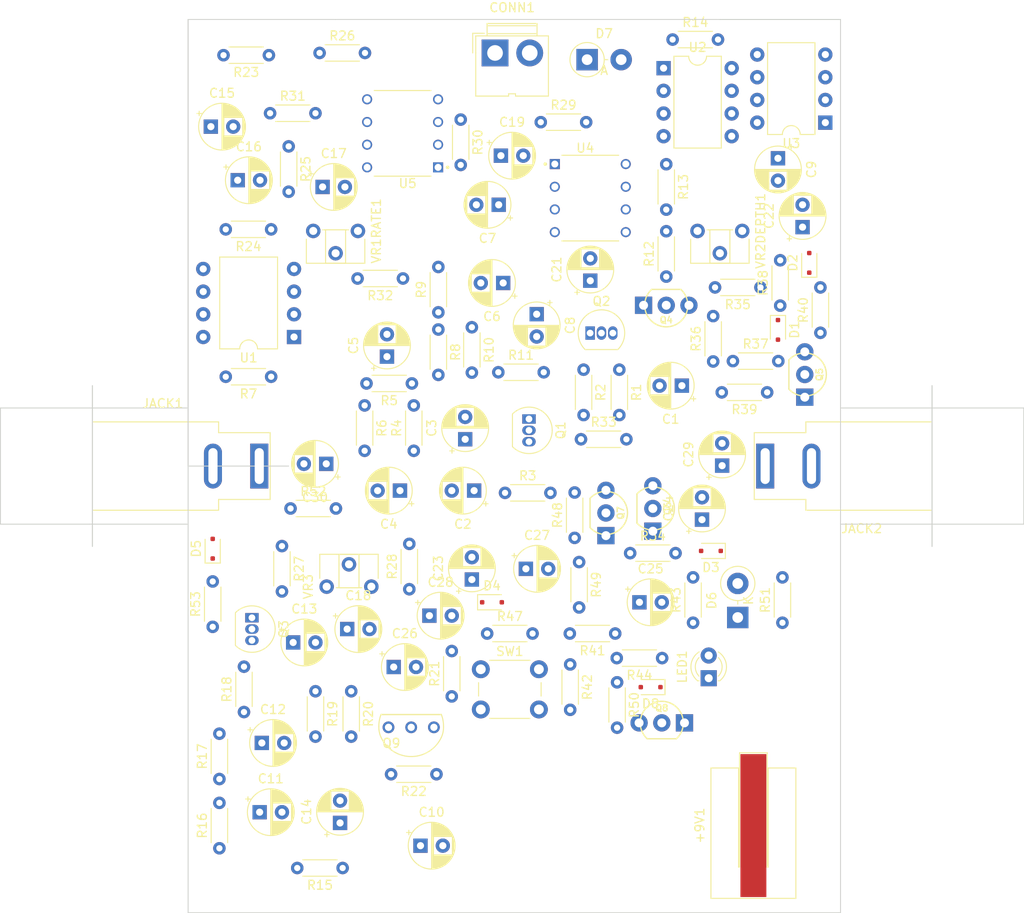
<source format=kicad_pcb>
(kicad_pcb (version 20221018) (generator pcbnew)
  (layers (0 "F.Cu" signal) (31 "B.Cu" signal) (34 "B.Paste" user) (35 "F.Paste" user) (36 "B.SilkS" user "B.Silkscreen") (37 "F.SilkS" user "F.Silkscreen") (38 "B.Mask" user) (39 "F.Mask" user) (44 "Edge.Cuts" user))
  (net 0 "")
  (net 1 "+9V")
  (net 2 "Net-(+9V1--)")
  (net 3 "Net-(C1-Pad2)")
  (net 4 "Net-(Q1-E)")
  (net 5 "Net-(C2-Pad2)")
  (net 6 "Net-(C3-Pad2)")
  (net 7 "Net-(C4-Pad1)")
  (net 8 "Net-(C4-Pad2)")
  (net 9 "Net-(C5-Pad2)")
  (net 10 "GND")
  (net 11 "Net-(C6-Pad2)")
  (net 12 "Net-(Q2-E)")
  (net 13 "Net-(C7-Pad2)")
  (net 14 "Net-(Q2-B)")
  (net 15 "Net-(U2-VGG)")
  (net 16 "Net-(C10-Pad1)")
  (net 17 "Net-(U2-OUT1)")
  (net 18 "Net-(C11-Pad1)")
  (net 19 "Net-(C12-Pad1)")
  (net 20 "Net-(Q3-E)")
  (net 21 "Net-(Q3-B)")
  (net 22 "Net-(C14-Pad2)")
  (net 23 "Net-(C15-Pad1)")
  (net 24 "Net-(C15-Pad2)")
  (net 25 "Net-(C16-Pad2)")
  (net 26 "Net-(C17-Pad1)")
  (net 27 "Net-(C17-Pad2)")
  (net 28 "+4V")
  (net 29 "Net-(U4-1IN-)")
  (net 30 "Net-(U4-1OUT)")
  (net 31 "Net-(C21-Pad1)")
  (net 32 "Net-(D1-K)")
  (net 33 "Net-(U3-OX3)")
  (net 34 "Net-(C23-Pad1)")
  (net 35 "Net-(C24-Pad1)")
  (net 36 "Net-(C24-Pad2)")
  (net 37 "Net-(C25-Pad1)")
  (net 38 "Net-(C25-Pad2)")
  (net 39 "Net-(D4-K)")
  (net 40 "+9VA")
  (net 41 "Net-(CONN1-Pad1)")
  (net 42 "Net-(D1-A)")
  (net 43 "Net-(D2-K)")
  (net 44 "Net-(D3-A)")
  (net 45 "Net-(D4-A)")
  (net 46 "Net-(D5-K)")
  (net 47 "Net-(D6-A)")
  (net 48 "Net-(D8-K)")
  (net 49 "Net-(D8-A)")
  (net 50 "Net-(LED1-K)")
  (net 51 "Net-(LED1-A)")
  (net 52 "Net-(Q1-B)")
  (net 53 "Net-(Q4-Pad3)")
  (net 54 "Net-(Q5-Pad1)")
  (net 55 "Net-(Q9-Pad1)")
  (net 56 "Net-(R7-Pad1)")
  (net 57 "Net-(U2-IN)")
  (net 58 "Net-(R27-Pad2)")
  (net 59 "Net-(R28-Pad1)")
  (net 60 "Net-(U5-1IN+)")
  (net 61 "Net-(U5-1OUT)")
  (net 62 "Net-(R31-Pad1)")
  (net 63 "Net-(R32-Pad2)")
  (net 64 "Net-(R35-Pad2)")
  (net 65 "Net-(R42-Pad2)")
  (net 66 "Net-(U2-CP1)")
  (net 67 "Net-(U2-CP2)")
  (footprint "Resistor_THT:R_Axial_DIN0204_L3.6mm_D1.6mm_P5.08mm_Horizontal" (layer "F.Cu") (at 108.5 68.21 -90)
    (fp_text reference "R6" (at 2.54 -1.92 90) (layer "F.SilkS"))
    (fp_text value "47k")
    (pad "1" thru_hole circle (at 0 0 270) (size 1.4 1.4) (drill 0.7) (layers "*.Cu" "*.Mask") (net 7 "Net-(C4-Pad1)"))
    (pad "2" thru_hole oval (at 5.08 0 270) (size 1.4 1.4) (drill 0.7) (layers "*.Cu" "*.Mask") (net 8 "Net-(C4-Pad2)"))
  )
  (footprint "Resistor_THT:R_Axial_DIN0204_L3.6mm_D1.6mm_P5.08mm_Horizontal" (layer "F.Cu") (at 132.5 85.75 -90)
    (fp_text reference "R49" (at 2.54 -1.92 90) (layer "F.SilkS"))
    (fp_text value "1M")
    (pad "1" thru_hole circle (at 0 0 270) (size 1.4 1.4) (drill 0.7) (layers "*.Cu" "*.Mask") (net 37 "Net-(C25-Pad1)"))
    (pad "2" thru_hole oval (at 5.08 0 270) (size 1.4 1.4) (drill 0.7) (layers "*.Cu" "*.Mask") (net 39 "Net-(D4-K)"))
  )
  (footprint "Capacitor_THT:CP_Radial_D5.0mm_P2.50mm" (layer "F.Cu") (at 133.75 54.25 90)
    (fp_text reference "C21" (at 1.25 -3.75 90) (layer "F.SilkS"))
    (fp_text value "0.01 uF")
    (pad "1" thru_hole rect (at 0 0 90) (size 1.6 1.6) (drill 0.8) (layers "*.Cu" "*.Mask") (net 31 "Net-(C21-Pad1)"))
    (pad "2" thru_hole circle (at 2.5 0 90) (size 1.6 1.6) (drill 0.8) (layers "*.Cu" "*.Mask") (net 10 "GND"))
  )
  (footprint "Resistor_THT:R_Axial_DIN0204_L3.6mm_D1.6mm_P5.08mm_Horizontal" (layer "F.Cu") (at 97.92 35.5)
    (fp_text reference "R31" (at 2.54 -1.92) (layer "F.SilkS"))
    (fp_text value "10K")
    (pad "1" thru_hole circle (at 0 0) (size 1.4 1.4) (drill 0.7) (layers "*.Cu" "*.Mask") (net 62 "Net-(R31-Pad1)"))
    (pad "2" thru_hole oval (at 5.08 0) (size 1.4 1.4) (drill 0.7) (layers "*.Cu" "*.Mask") (net 28 "+4V"))
  )
  (footprint "Resistor_THT:R_Axial_DIN0204_L3.6mm_D1.6mm_P5.08mm_Horizontal" (layer "F.Cu") (at 114 73.29 90)
    (fp_text reference "R4" (at 2.54 -1.92 90) (layer "F.SilkS"))
    (fp_text value "47k")
    (pad "1" thru_hole circle (at 0 0 90) (size 1.4 1.4) (drill 0.7) (layers "*.Cu" "*.Mask") (net 5 "Net-(C2-Pad2)"))
    (pad "2" thru_hole oval (at 5.08 0 90) (size 1.4 1.4) (drill 0.7) (layers "*.Cu" "*.Mask") (net 7 "Net-(C4-Pad1)"))
  )
  (footprint "Diode_SMD:D_SOD-323F" (layer "F.Cu") (at 91.5 84.25 90)
    (fp_text reference "D5" (at 0 -1.85 90) (layer "F.SilkS"))
    (fp_text value "1S1588")
    (pad "1" smd roundrect (at -1.1 0 90) (size 0.5 0.5) (layers "F.Cu" "F.Paste" "F.Mask") (net 46 "Net-(D5-K)"))
    (pad "2" smd roundrect (at 1.1 0 90) (size 0.5 0.5) (layers "F.Cu" "F.Paste" "F.Mask") (net 2 "Net-(+9V1--)"))
  )
  (footprint "Capacitor_THT:CP_Radial_D5.0mm_P2.50mm" (layer "F.Cu") (at 120.5 87.705112 90)
    (fp_text reference "C23" (at 1.25 -3.75 90) (layer "F.SilkS"))
    (fp_text value "0.01uF")
    (pad "1" thru_hole rect (at 0 0 90) (size 1.6 1.6) (drill 0.8) (layers "*.Cu" "*.Mask") (net 34 "Net-(C23-Pad1)"))
    (pad "2" thru_hole circle (at 2.5 0 90) (size 1.6 1.6) (drill 0.8) (layers "*.Cu" "*.Mask") (net 10 "GND"))
  )
  (footprint "Resistor_THT:R_Axial_DIN0204_L3.6mm_D1.6mm_P5.08mm_Horizontal" (layer "F.Cu") (at 116.75 59.71 -90)
    (fp_text reference "R8" (at 2.54 -1.92 90) (layer "F.SilkS"))
    (fp_text value "100K")
    (pad "1" thru_hole circle (at 0 0 270) (size 1.4 1.4) (drill 0.7) (layers "*.Cu" "*.Mask") (net 9 "Net-(C5-Pad2)"))
    (pad "2" thru_hole oval (at 5.08 0 270) (size 1.4 1.4) (drill 0.7) (layers "*.Cu" "*.Mask") (net 28 "+4V"))
  )
  (footprint "Capacitor_THT:CP_Radial_D5.0mm_P2.50mm" (layer "F.Cu") (at 104.205112 74.75 180)
    (fp_text reference "C30" (at 1.25 -3.75) (layer "F.SilkS"))
    (fp_text value "220uF/10V")
    (pad "1" thru_hole rect (at 0 0 180) (size 1.6 1.6) (drill 0.8) (layers "*.Cu" "*.Mask") (net 40 "+9VA"))
    (pad "2" thru_hole circle (at 2.5 0 180) (size 1.6 1.6) (drill 0.8) (layers "*.Cu" "*.Mask") (net 10 "GND"))
  )
  (footprint "Capacitor_THT:CP_Radial_D5.0mm_P2.50mm" (layer "F.Cu") (at 112.455112 77.75 180)
    (fp_text reference "C4" (at 1.25 -3.75) (layer "F.SilkS"))
    (fp_text value "100 pF")
    (pad "1" thru_hole rect (at 0 0 180) (size 1.6 1.6) (drill 0.8) (layers "*.Cu" "*.Mask") (net 7 "Net-(C4-Pad1)"))
    (pad "2" thru_hole circle (at 2.5 0 180) (size 1.6 1.6) (drill 0.8) (layers "*.Cu" "*.Mask") (net 8 "Net-(C4-Pad2)"))
  )
  (footprint "Resistor_THT:R_Axial_DIN0204_L3.6mm_D1.6mm_P5.08mm_Horizontal" (layer "F.Cu") (at 118.25 100.79 90)
    (fp_text reference "R21" (at 2.54 -1.92 90) (layer "F.SilkS"))
    (fp_text value "47K")
    (pad "1" thru_hole circle (at 0 0 90) (size 1.4 1.4) (drill 0.7) (layers "*.Cu" "*.Mask") (net 23 "Net-(C15-Pad1)"))
    (pad "2" thru_hole oval (at 5.08 0 90) (size 1.4 1.4) (drill 0.7) (layers "*.Cu" "*.Mask") (net 8 "Net-(C4-Pad2)"))
  )
  (footprint "Resistor_THT:R_Axial_DIN0204_L3.6mm_D1.6mm_P5.08mm_Horizontal" (layer "F.Cu") (at 141.79 96.5 180)
    (fp_text reference "R44" (at 2.54 -1.92) (layer "F.SilkS"))
    (fp_text value "56K")
    (pad "1" thru_hole circle (at 0 0 180) (size 1.4 1.4) (drill 0.7) (layers "*.Cu" "*.Mask") (net 1 "+9V"))
    (pad "2" thru_hole oval (at 5.08 0 180) (size 1.4 1.4) (drill 0.7) (layers "*.Cu" "*.Mask") (net 37 "Net-(C25-Pad1)"))
  )
  (footprint "Capacitor_THT:CP_Radial_D5.0mm_P2.50mm" (layer "F.Cu") (at 157.5 48.25 90)
    (fp_text reference "C22" (at 1.25 -3.75 90) (layer "F.SilkS"))
    (fp_text value "47 pF")
    (pad "1" thru_hole rect (at 0 0 90) (size 1.6 1.6) (drill 0.8) (layers "*.Cu" "*.Mask") (net 32 "Net-(D1-K)"))
    (pad "2" thru_hole circle (at 2.5 0 90) (size 1.6 1.6) (drill 0.8) (layers "*.Cu" "*.Mask") (net 33 "Net-(U3-OX3)"))
  )
  (footprint "Capacitor_THT:CP_Radial_D5.0mm_P2.50mm" (layer "F.Cu") (at 111 62.75 90)
    (fp_text reference "C5" (at 1.25 -3.75 90) (layer "F.SilkS"))
    (fp_text value "0.033 uF")
    (pad "1" thru_hole rect (at 0 0 90) (size 1.6 1.6) (drill 0.8) (layers "*.Cu" "*.Mask") (net 8 "Net-(C4-Pad2)"))
    (pad "2" thru_hole circle (at 2.5 0 90) (size 1.6 1.6) (drill 0.8) (layers "*.Cu" "*.Mask") (net 9 "Net-(C5-Pad2)"))
  )
  (footprint "Capacitor_THT:CP_Radial_D5.0mm_P2.50mm" (layer "F.Cu") (at 123.75 40.25)
    (fp_text reference "C19" (at 1.25 -3.75) (layer "F.SilkS"))
    (fp_text value "0.1uF")
    (pad "1" thru_hole rect (at 0 0) (size 1.6 1.6) (drill 0.8) (layers "*.Cu" "*.Mask") (net 29 "Net-(U4-1IN-)"))
    (pad "2" thru_hole circle (at 2.5 0) (size 1.6 1.6) (drill 0.8) (layers "*.Cu" "*.Mask") (net 30 "Net-(U4-1OUT)"))
  )
  (footprint "Resistor_THT:R_Axial_DIN0204_L3.6mm_D1.6mm_P5.08mm_Horizontal" (layer "F.Cu") (at 142.25 53.79 90)
    (fp_text reference "R12" (at 2.54 -1.92 90) (layer "F.SilkS"))
    (fp_text value "10K")
    (pad "1" thru_hole circle (at 0 0 90) (size 1.4 1.4) (drill 0.7) (layers "*.Cu" "*.Mask") (net 10 "GND"))
    (pad "2" thru_hole oval (at 5.08 0 90) (size 1.4 1.4) (drill 0.7) (layers "*.Cu" "*.Mask") (net 12 "Net-(Q2-E)"))
  )
  (footprint "Resistor_THT:R_Axial_DIN0204_L3.6mm_D1.6mm_P5.08mm_Horizontal" (layer "F.Cu") (at 142.96 27.25)
    (fp_text reference "R14" (at 2.54 -1.92) (layer "F.SilkS"))
    (fp_text value "56K")
    (pad "1" thru_hole circle (at 0 0) (size 1.4 1.4) (drill 0.7) (layers "*.Cu" "*.Mask") (net 1 "+9V"))
    (pad "2" thru_hole oval (at 5.08 0) (size 1.4 1.4) (drill 0.7) (layers "*.Cu" "*.Mask") (net 17 "Net-(U2-OUT1)"))
  )
  (footprint "Diode_SMD:D_SOD-323F" (layer "F.Cu") (at 147.25 84.5 180)
    (fp_text reference "D3" (at 0 -1.85) (layer "F.SilkS"))
    (fp_text value "1S1588")
    (pad "1" smd roundrect (at -1.1 0 180) (size 0.5 0.5) (layers "F.Cu" "F.Paste" "F.Mask") (net 10 "GND"))
    (pad "2" smd roundrect (at 1.1 0 180) (size 0.5 0.5) (layers "F.Cu" "F.Paste" "F.Mask") (net 44 "Net-(D3-A)"))
  )
  (footprint "Potentiometer_THT:Potentiometer_ACP_CA6-H2,5_Horizontal" (layer "F.Cu") (at 150.75 48.675 -90)
    (fp_text reference "VR2DEPTH1" (at 0 -2.06 90) (layer "F.SilkS"))
    (fp_text value "100K")
    (pad "1" thru_hole circle (at 0 0 270) (size 1.62 1.62) (drill 0.9) (layers "*.Cu" "*.Mask") (net 30 "Net-(U4-1OUT)"))
    (pad "2" thru_hole circle (at 2.5 2.5 270) (size 1.62 1.62) (drill 0.9) (layers "*.Cu" "*.Mask") (net 64 "Net-(R35-Pad2)"))
    (pad "3" thru_hole circle (at 0 5 270) (size 1.62 1.62) (drill 0.9) (layers "*.Cu" "*.Mask") (net 28 "+4V"))
  )
  (footprint "Resistor_THT:R_Axial_DIN0204_L3.6mm_D1.6mm_P5.08mm_Horizontal" (layer "F.Cu") (at 120.5 59.46 -90)
    (fp_text reference "R10" (at 2.54 -1.92 90) (layer "F.SilkS"))
    (fp_text value "10K")
    (pad "1" thru_hole circle (at 0 0 270) (size 1.4 1.4) (drill 0.7) (layers "*.Cu" "*.Mask") (net 11 "Net-(C6-Pad2)"))
    (pad "2" thru_hole oval (at 5.08 0 270) (size 1.4 1.4) (drill 0.7) (layers "*.Cu" "*.Mask") (net 13 "Net-(C7-Pad2)"))
  )
  (footprint "Resistor_THT:R_Axial_DIN0204_L3.6mm_D1.6mm_P5.08mm_Horizontal" (layer "F.Cu") (at 92.25 110.04 90)
    (fp_text reference "R17" (at 2.54 -1.92 90) (layer "F.SilkS"))
    (fp_text value "10K")
    (pad "1" thru_hole circle (at 0 0 90) (size 1.4 1.4) (drill 0.7) (layers "*.Cu" "*.Mask") (net 18 "Net-(C11-Pad1)"))
    (pad "2" thru_hole oval (at 5.08 0 90) (size 1.4 1.4) (drill 0.7) (layers "*.Cu" "*.Mask") (net 19 "Net-(C12-Pad1)"))
  )
  (footprint "Capacitor_THT:CP_Radial_D5.0mm_P2.50mm" (layer "F.Cu") (at 124 54.5 180)
    (fp_text reference "C6" (at 1.25 -3.75) (layer "F.SilkS"))
    (fp_text value "0.0033 uF")
    (pad "1" thru_hole rect (at 0 0 180) (size 1.6 1.6) (drill 0.8) (layers "*.Cu" "*.Mask") (net 10 "GND"))
    (pad "2" thru_hole circle (at 2.5 0 180) (size 1.6 1.6) (drill 0.8) (layers "*.Cu" "*.Mask") (net 11 "Net-(C6-Pad2)"))
  )
  (footprint "Resistor_THT:R_Axial_DIN0204_L3.6mm_D1.6mm_P5.08mm_Horizontal" (layer "F.Cu") (at 112.79 54 180)
    (fp_text reference "R32" (at 2.54 -1.92) (layer "F.SilkS"))
    (fp_text value "1MK")
    (pad "1" thru_hole circle (at 0 0 180) (size 1.4 1.4) (drill 0.7) (layers "*.Cu" "*.Mask") (net 29 "Net-(U4-1IN-)"))
    (pad "2" thru_hole oval (at 5.08 0 180) (size 1.4 1.4) (drill 0.7) (layers "*.Cu" "*.Mask") (net 63 "Net-(R32-Pad2)"))
  )
  (footprint "Resistor_THT:R_Axial_DIN0204_L3.6mm_D1.6mm_P5.08mm_Horizontal" (layer "F.Cu") (at 95 102.54 90)
    (fp_text reference "R18" (at 2.54 -1.92 90) (layer "F.SilkS"))
    (fp_text value "10K")
    (pad "1" thru_hole circle (at 0 0 90) (size 1.4 1.4) (drill 0.7) (layers "*.Cu" "*.Mask") (net 19 "Net-(C12-Pad1)"))
    (pad "2" thru_hole oval (at 5.08 0 90) (size 1.4 1.4) (drill 0.7) (layers "*.Cu" "*.Mask") (net 21 "Net-(Q3-B)"))
  )
  (footprint "Capacitor_THT:CP_Radial_D5.0mm_P2.50mm" (layer "F.Cu") (at 114.75 117.5)
    (fp_text reference "C10" (at 1.25 -3.75) (layer "F.SilkS"))
    (fp_text value "0.033uF")
    (pad "1" thru_hole rect (at 0 0) (size 1.6 1.6) (drill 0.8) (layers "*.Cu" "*.Mask") (net 16 "Net-(C10-Pad1)"))
    (pad "2" thru_hole circle (at 2.5 0) (size 1.6 1.6) (drill 0.8) (layers "*.Cu" "*.Mask") (net 17 "Net-(U2-OUT1)"))
  )
  (footprint "Resistor_THT:R_Axial_DIN0204_L3.6mm_D1.6mm_P5.08mm_Horizontal" (layer "F.Cu") (at 123.46 64.5)
    (fp_text reference "R11" (at 2.54 -1.92) (layer "F.SilkS"))
    (fp_text value "10K")
    (pad "1" thru_hole circle (at 0 0) (size 1.4 1.4) (drill 0.7) (layers "*.Cu" "*.Mask") (net 13 "Net-(C7-Pad2)"))
    (pad "2" thru_hole oval (at 5.08 0) (size 1.4 1.4) (drill 0.7) (layers "*.Cu" "*.Mask") (net 14 "Net-(Q2-B)"))
  )
  (footprint "Package_DIP:DIP-8_W10.16mm" (layer "F.Cu") (at 100.6 60.55 180)
    (fp_text reference "U1" (at 5.08 -2.33) (layer "F.SilkS"))
    (fp_text value "JRC4558D")
    (pad "1" thru_hole rect (at 0 0 180) (size 1.6 1.6) (drill 0.8) (layers "*.Cu" "*.Mask") (net 8 "Net-(C4-Pad2)"))
    (pad "2" thru_hole oval (at 0 2.54 180) (size 1.6 1.6) (drill 0.8) (layers "*.Cu" "*.Mask") (net 7 "Net-(C4-Pad1)"))
    (pad "3" thru_hole oval (at 0 5.08 180) (size 1.6 1.6) (drill 0.8) (layers "*.Cu" "*.Mask") (net 56 "Net-(R7-Pad1)"))
    (pad "4" thru_hole oval (at 0 7.62 180) (size 1.6 1.6) (drill 0.8) (layers "*.Cu" "*.Mask") (net 10 "GND"))
    (pad "5" thru_hole oval (at 10.16 7.62 180) (size 1.6 1.6) (drill 0.8) (layers "*.Cu" "*.Mask") (net 28 "+4V"))
    (pad "6" thru_hole oval (at 10.16 5.08 180) (size 1.6 1.6) (drill 0.8) (layers "*.Cu" "*.Mask") (net 23 "Net-(C15-Pad1)"))
    (pad "7" thru_hole oval (at 10.16 2.54 180) (size 1.6 1.6) (drill 0.8) (layers "*.Cu" "*.Mask") (net 25 "Net-(C16-Pad2)"))
    (pad "8" thru_hole oval (at 10.16 0 180) (size 1.6 1.6) (drill 0.8) (layers "*.Cu" "*.Mask") (net 28 "+4V"))
  )
  (footprint "Diode_SMD:D_SOD-323F" (layer "F.Cu") (at 154.75 59.75 -90)
    (fp_text reference "D1" (at 0 -1.85 90) (layer "F.SilkS"))
    (fp_text value "1S1588")
    (pad "1" smd roundrect (at -1.1 0 270) (size 0.5 0.5) (layers "F.Cu" "F.Paste" "F.Mask") (net 32 "Net-(D1-K)"))
    (pad "2" smd roundrect (at 1.1 0 270) (size 0.5 0.5) (layers "F.Cu" "F.Paste" "F.Mask") (net 42 "Net-(D1-A)"))
  )
  (footprint "Capacitor_THT:CP_Radial_D5.0mm_P2.50mm" (layer "F.Cu") (at 105.75 114.955113 90)
    (fp_text reference "C14" (at 1.25 -3.75 90) (layer "F.SilkS"))
    (fp_text value "0.033uF")
    (pad "1" thru_hole rect (at 0 0 90) (size 1.6 1.6) (drill 0.8) (layers "*.Cu" "*.Mask") (net 20 "Net-(Q3-E)"))
    (pad "2" thru_hole circle (at 2.5 0 90) (size 1.6 1.6) (drill 0.8) (layers "*.Cu" "*.Mask") (net 22 "Net-(C14-Pad2)"))
  )
  (footprint "Capacitor_THT:CP_Radial_D5.0mm_P2.50mm" (layer "F.Cu") (at 100.5 94.75)
    (fp_text reference "C13" (at 1.25 -3.75) (layer "F.SilkS"))
    (fp_text value "470pF")
    (pad "1" thru_hole rect (at 0 0) (size 1.6 1.6) (drill 0.8) (layers "*.Cu" "*.Mask") (net 21 "Net-(Q3-B)"))
    (pad "2" thru_hole circle (at 2.5 0) (size 1.6 1.6) (drill 0.8) (layers "*.Cu" "*.Mask") (net 10 "GND"))
  )
  (footprint "Resistor_THT:R_Axial_DIN0204_L3.6mm_D1.6mm_P5.08mm_Horizontal" (layer "F.Cu") (at 136.54 93.75 180)
    (fp_text reference "R41" (at 2.54 -1.92) (layer "F.SilkS"))
    (fp_text value "1MK")
    (pad "1" thru_hole circle (at 0 0 180) (size 1.4 1.4) (drill 0.7) (layers "*.Cu" "*.Mask") (net 1 "+9V"))
    (pad "2" thru_hole oval (at 5.08 0 180) (size 1.4 1.4) (drill 0.7) (layers "*.Cu" "*.Mask") (net 34 "Net-(C23-Pad1)"))
  )
  (footprint "Resistor_THT:R_Axial_DIN0204_L3.6mm_D1.6mm_P5.08mm_Horizontal" (layer "F.Cu") (at 116.54 109.5 180)
    (fp_text reference "R22" (at 2.54 -1.92) (layer "F.SilkS"))
    (fp_text value "47K")
    (pad "1" thru_hole circle (at 0 0 180) (size 1.4 1.4) (drill 0.7) (layers "*.Cu" "*.Mask") (net 55 "Net-(Q9-Pad1)"))
    (pad "2" thru_hole oval (at 5.08 0 180) (size 1.4 1.4) (drill 0.7) (layers "*.Cu" "*.Mask") (net 22 "Net-(C14-Pad2)"))
  )
  (footprint "Package_TO_SOT_THT:TO-92_Inline" (layer "F.Cu") (at 133.73 60.11)
    (fp_text reference "Q2" (at 1.27 -3.56) (layer "F.SilkS"))
    (fp_text value "BC239/BC238")
    (pad "1" thru_hole rect (at 0 0) (size 1.05 1.5) (drill 0.75) (layers "*.Cu" "*.Mask") (net 1 "+9V"))
    (pad "2" thru_hole oval (at 1.27 0) (size 1.05 1.5) (drill 0.75) (layers "*.Cu" "*.Mask") (net 14 "Net-(Q2-B)"))
    (pad "3" thru_hole oval (at 2.54 0) (size 1.05 1.5) (drill 0.75) (layers "*.Cu" "*.Mask") (net 12 "Net-(Q2-E)"))
  )
  (footprint "Capacitor_THT:CP_Radial_D5.0mm_P2.50mm" (layer "F.Cu") (at 146.25 81 90)
    (fp_text reference "C24" (at 1.25 -3.75 90) (layer "F.SilkS"))
    (fp_text value "470pF")
    (pad "1" thru_hole rect (at 0 0 90) (size 1.6 1.6) (drill 0.8) (layers "*.Cu" "*.Mask") (net 35 "Net-(C24-Pad1)"))
    (pad "2" thru_hole circle (at 2.5 0 90) (size 1.6 1.6) (drill 0.8) (layers "*.Cu" "*.Mask") (net 36 "Net-(C24-Pad2)"))
  )
  (footprint "Resistor_THT:R_Axial_DIN0204_L3.6mm_D1.6mm_P5.08mm_Horizontal" (layer "F.Cu") (at 132 83.04 90)
    (fp_text reference "R48" (at 2.54 -1.92 90) (layer "F.SilkS"))
    (fp_text value "56k")
    (pad "1" thru_hole circle (at 0 0 90) (size 1.4 1.4) (drill 0.7) (layers "*.Cu" "*.Mask") (net 35 "Net-(C24-Pad1)"))
    (pad "2" thru_hole oval (at 5.08 0 90) (size 1.4 1.4) (drill 0.7) (layers "*.Cu" "*.Mask") (net 10 "GND"))
  )
  (footprint "Resistor_THT:R_Axial_DIN0204_L3.6mm_D1.6mm_P5.08mm_Horizontal" (layer "F.Cu") (at 124.21 78)
    (fp_text reference "R3" (at 2.54 -1.92) (layer "F.SilkS"))
    (fp_text value "10K")
    (pad "1" thru_hole circle (at 0 0) (size 1.4 1.4) (drill 0.7) (layers "*.Cu" "*.Mask") (net 4 "Net-(Q1-E)"))
    (pad "2" thru_hole oval (at 5.08 0) (size 1.4 1.4) (drill 0.7) (layers "*.Cu" "*.Mask") (net 10 "GND"))
  )
  (footprint "Resistor_THT:R_Axial_DIN0204_L3.6mm_D1.6mm_P5.08mm_Horizontal" (layer "F.Cu") (at 128.21 36.5)
    (fp_text reference "R29" (at 2.54 -1.92) (layer "F.SilkS"))
    (fp_text value "33K")
    (pad "1" thru_hole circle (at 0 0) (size 1.4 1.4) (drill 0.7) (layers "*.Cu" "*.Mask") (net 60 "Net-(U5-1IN+)"))
    (pad "2" thru_hole oval (at 5.08 0) (size 1.4 1.4) (drill 0.7) (layers "*.Cu" "*.Mask") (net 30 "Net-(U4-1OUT)"))
  )
  (footprint "Resistor_THT:R_Axial_DIN0204_L3.6mm_D1.6mm_P5.08mm_Horizontal" (layer "F.Cu") (at 113.79 65.75 180)
    (fp_text reference "R5" (at 2.54 -1.92) (layer "F.SilkS"))
    (fp_text value "10K")
    (pad "1" thru_hole circle (at 0 0 180) (size 1.4 1.4) (drill 0.7) (layers "*.Cu" "*.Mask") (net 6 "Net-(C3-Pad2)"))
    (pad "2" thru_hole oval (at 5.08 0 180) (size 1.4 1.4) (drill 0.7) (layers "*.Cu" "*.Mask") (net 7 "Net-(C4-Pad1)"))
  )
  (footprint "Capacitor_THT:CP_Radial_D5.0mm_P2.50mm" (layer "F.Cu") (at 126.544888 86.5)
    (fp_text reference "C27" (at 1.25 -3.75) (layer "F.SilkS"))
    (fp_text value "470pF")
    (pad "1" thru_hole rect (at 0 0) (size 1.6 1.6) (drill 0.8) (layers "*.Cu" "*.Mask") (net 34 "Net-(C23-Pad1)"))
    (pad "2" thru_hole circle (at 2.5 0) (size 1.6 1.6) (drill 0.8) (layers "*.Cu" "*.Mask") (net 35 "Net-(C24-Pad1)"))
  )
  (footprint "Package_DIP:DIP-8_W7.62mm" (layer "F.Cu") (at 141.95 30.45)
    (fp_text reference "U2" (at 3.81 -2.33) (layer "F.SilkS"))
    (fp_text value "MN3007")
    (pad "1" thru_hole rect (at 0 0) (size 1.6 1.6) (drill 0.8) (layers "*.Cu" "*.Mask") (net 1 "+9V"))
    (pad "2" thru_hole oval (at 0 2.54) (size 1.6 1.6) (drill 0.8) (layers "*.Cu" "*.Mask") (net 66 "Net-(U2-CP1)"))
    (pad "3" thru_hole oval (at 0 5.08) (size 1.6 1.6) (drill 0.8) (layers "*.Cu" "*.Mask") (net 57 "Net-(U2-IN)"))
    (pad "4" thru_hole oval (at 0 7.62) (size 1.6 1.6) (drill 0.8) (layers "*.Cu" "*.Mask") (net 15 "Net-(U2-VGG)"))
    (pad "5" thru_hole oval (at 7.62 7.62) (size 1.6 1.6) (drill 0.8) (layers "*.Cu" "*.Mask") (net 10 "GND"))
    (pad "6" thru_hole oval (at 7.62 5.08) (size 1.6 1.6) (drill 0.8) (layers "*.Cu" "*.Mask") (net 67 "Net-(U2-CP2)"))
    (pad "7" thru_hole oval (at 7.62 2.54) (size 1.6 1.6) (drill 0.8) (layers "*.Cu" "*.Mask") (net 17 "Net-(U2-OUT1)"))
    (pad "8" thru_hole oval (at 7.62 0) (size 1.6 1.6) (drill 0.8) (layers "*.Cu" "*.Mask") (net 17 "Net-(U2-OUT1)"))
  )
  (footprint "2SC945:TO92" (layer "F.Cu") (at 135.5 80.25 90)
    (fp_text reference "Q7" (at 0 1.651 90) (layer "F.SilkS") (effects (font (size 0.72 0.72))))
    (fp_text value "2SC945")
    (pad "1" thru_hole rect (at -2.54 0 90) (size 1.9304 1.9304) (drill 1) (layers "*.Cu" "*.Mask") (net 35 "Net-(C24-Pad1)"))
    (pad "2" thru_hole circle (at 0 0 90) (size 1.9304 1.9304) (drill 1) (layers "*.Cu" "*.Mask") (net 37 "Net-(C25-Pad1)"))
    (pad "3" thru_hole circle (at 2.54 0 90) (size 1.9304 1.9304) (drill 1) (layers "*.Cu" "*.Mask") (net 44 "Net-(D3-A)"))
  )
  (footprint "Resistor_THT:R_Axial_DIN0204_L3.6mm_D1.6mm_P5.08mm_Horizontal" (layer "F.Cu") (at 98.04 48.5 180)
    (fp_text reference "R24" (at 2.54 -1.92) (layer "F.SilkS"))
    (fp_text value "47K")
    (pad "1" thru_hole circle (at 0 0 180) (size 1.4 1.4) (drill 0.7) (layers "*.Cu" "*.Mask") (net 25 "Net-(C16-Pad2)"))
    (pad "2" thru_hole oval (at 5.08 0 180) (size 1.4 1.4) (drill 0.7) (layers "*.Cu" "*.Mask") (net 23 "Net-(C15-Pad1)"))
  )
  (footprint "Diode_SMD:D_SOD-323F" (layer "F.Cu") (at 158.25 52.25 90)
    (fp_text reference "D2" (at 0 -1.85 90) (layer "F.SilkS"))
    (fp_text value "1S1588")
    (pad "1" smd roundrect (at -1.1 0 90) (size 0.5 0.5) (layers "F.Cu" "F.Paste" "F.Mask") (net 43 "Net-(D2-K)"))
    (pad "2" smd roundrect (at 1.1 0 90) (size 0.5 0.5) (layers "F.Cu" "F.Paste" "F.Mask") (net 32 "Net-(D1-K)"))
  )
  (footprint "Resistor_THT:R_Axial_DIN0204_L3.6mm_D1.6mm_P5.08mm_Horizontal" (layer "F.Cu") (at 147.5 63.29 90)
    (fp_text reference "R36" (at 2.54 -1.92 90) (layer "F.SilkS"))
    (fp_text value "4K7")
    (pad "1" thru_hole circle (at 0 0 90) (size 1.4 1.4) (drill 0.7) (layers "*.Cu" "*.Mask") (net 42 "Net-(D1-A)"))
    (pad "2" thru_hole oval (at 5.08 0 90) (size 1.4 1.4) (drill 0.7) (layers "*.Cu" "*.Mask") (net 53 "Net-(Q4-Pad3)"))
  )
  (footprint "Resistor_THT:R_Axial_DIN0204_L3.6mm_D1.6mm_P5.08mm_Horizontal" (layer "F.Cu") (at 122.21 93.75)
    (fp_text reference "R47" (at 2.54 -1.92) (layer "F.SilkS"))
    (fp_text value "56k")
    (pad "1" thru_hole circle (at 0 0) (size 1.4 1.4) (drill 0.7) (layers "*.Cu" "*.Mask") (net 38 "Net-(C25-Pad2)"))
    (pad "2" thru_hole oval (at 5.08 0) (size 1.4 1.4) (drill 0.7) (layers "*.Cu" "*.Mask") (net 10 "GND"))
  )
  (footprint "Resistor_THT:R_Axial_DIN0204_L3.6mm_D1.6mm_P5.08mm_Horizontal" (layer "F.Cu") (at 100 39.21 -90)
    (fp_text reference "R25" (at 2.54 -1.92 90) (layer "F.SilkS"))
    (fp_text value "470")
    (pad "1" thru_hole circle (at 0 0 270) (size 1.4 1.4) (drill 0.7) (layers "*.Cu" "*.Mask") (net 26 "Net-(C17-Pad1)"))
    (pad "2" thru_hole oval (at 5.08 0 270) (size 1.4 1.4) (drill 0.7) (layers "*.Cu" "*.Mask") (net 25 "Net-(C16-Pad2)"))
  )
  (footprint "Capacitor_THT:CP_Radial_D5.0mm_P2.50mm" (layer "F.Cu") (at 148.5 74.955113 90)
    (fp_text reference "C29" (at 1.25 -3.75 90) (layer "F.SilkS"))
    (fp_text value "100uF/16V")
    (pad "1" thru_hole rect (at 0 0 90) (size 1.6 1.6) (drill 0.8) (layers "*.Cu" "*.Mask") (net 1 "+9V"))
    (pad "2" thru_hole circle (at 2.5 0 90) (size 1.6 1.6) (drill 0.8) (layers "*.Cu" "*.Mask") (net 10 "GND"))
  )
  (footprint "Capacitor_THT:CP_Radial_D5.0mm_P2.50mm" (layer "F.Cu") (at 123.5 45.75 180)
    (fp_text reference "C7" (at 1.25 -3.75) (layer "F.SilkS"))
    (fp_text value "0.0082 uF")
    (pad "1" thru_hole rect (at 0 0 180) (size 1.6 1.6) (drill 0.8) (layers "*.Cu" "*.Mask") (net 12 "Net-(Q2-E)"))
    (pad "2" thru_hole circle (at 2.5 0 180) (size 1.6 1.6) (drill 0.8) (layers "*.Cu" "*.Mask") (net 13 "Net-(C7-Pad2)"))
  )
  (footprint "Resistor_THT:R_Axial_DIN0204_L3.6mm_D1.6mm_P5.08mm_Horizontal" (layer "F.Cu") (at 138.21 84.75)
    (fp_text reference "R34" (at 2.54 -1.92) (layer "F.SilkS"))
    (fp_text value "100K")
    (pad "1" thru_hole circle (at 0 0) (size 1.4 1.4) (drill 0.7) (layers "*.Cu" "*.Mask") (net 37 "Net-(C25-Pad1)"))
    (pad "2" thru_hole oval (at 5.08 0) (size 1.4 1.4) (drill 0.7) (layers "*.Cu" "*.Mask") (net 38 "Net-(C25-Pad2)"))
  )
  (footprint "Connector:JWT_A3963_1x02_P3.96mm_Vertical" (layer "F.Cu") (at 123.0925 28.75)
    (fp_text reference "CONN1" (at 1.91 -5.08) (layer "F.SilkS"))
    (fp_text value "POWER")
    (pad "1" thru_hole rect (at 0 0) (size 3 3) (drill 1.75) (layers "*.Cu" "*.Mask") (net 41 "Net-(CONN1-Pad1)"))
    (pad "2" thru_hole circle (at 3.88 0) (size 3 3) (drill 1.75) (layers "*.Cu" "*.Mask") (net 1 "+9V"))
  )
  (footprint "Resistor_THT:R_Axial_DIN0204_L3.6mm_D1.6mm_P5.08mm_Horizontal" (layer "F.Cu") (at 155.25 92.54 90)
    (fp_text reference "R51" (at 2.54 -1.92 90) (layer "F.SilkS"))
    (fp_text value "3K9")
    (pad "1" thru_hole circle (at 0 0 90) (size 1.4 1.4) (drill 0.7) (layers "*.Cu" "*.Mask") (net 51 "Net-(LED1-A)"))
    (pad "2" thru_hole oval (at 5.08 0 90) (size 1.4 1.4) (drill 0.7) (layers "*.Cu" "*.Mask") (net 47 "Net-(D6-A)"))
  )
  (footprint "Resistor_THT:R_Axial_DIN0204_L3.6mm_D1.6mm_P5.08mm_Horizontal" (layer "F.Cu") (at 103 100.21 -90)
    (fp_text reference "R19" (at 2.54 -1.92 90) (layer "F.SilkS"))
    (fp_text value "10K")
    (pad "1" thru_hole circle (at 0 0 270) (size 1.4 1.4) (drill 0.7) (layers "*.Cu" "*.Mask") (net 10 "GND"))
    (pad "2" thru_hole oval (at 5.08 0 270) (size 1.4 1.4) (drill 0.7) (layers "*.Cu" "*.Mask") (net 20 "Net-(Q3-E)"))
  )
  (footprint "Capacitor_THT:CP_Radial_D5.0mm_P2.50mm" (layer "F.Cu") (at 154.75 40.544888 -90)
    (fp_text reference "C9" (at 1.25 -3.75 90) (layer "F.SilkS"))
    (fp_text value "1uF/50V")
    (pad "1" thru_hole rect (at 0 0 270) (size 1.6 1.6) (drill 0.8) (layers "*.Cu" "*.Mask") (net 15 "Net-(U2-VGG)"))
    (pad "2" thru_hole circle (at 2.5 0 270) (size 1.6 1.6) (drill 0.8) (layers "*.Cu" "*.Mask") (net 10 "GND"))
  )
  (footprint "Diode_SMD:D_SOD-323F" (layer "F.Cu") (at 122.75 90.25)
    (fp_text reference "D4" (at 0 -1.85) (layer "F.SilkS"))
    (fp_text value "1S1588")
    (pad "1" smd roundrect (at -1.1 0) (size 0.5 0.5) (layers "F.Cu" "F.Paste" "F.Mask") (net 39 "Net-(D4-K)"))
    (pad "2" smd roundrect (at 1.1 0) (size 0.5 0.5) (layers "F.Cu" "F.Paste" "F.Mask") (net 45 "Net-(D4-A)"))
  )
  (footprint "Capacitor_THT:CP_Radial_D5.0mm_P2.50mm" (layer "F.Cu") (at 119.75 72 90)
    (fp_text reference "C3" (at 1.25 -3.75 90) (layer "F.SilkS"))
    (fp_text value "0.0068 uF")
    (pad "1" thru_hole rect (at 0 0 90) (size 1.6 1.6) (drill 0.8) (layers "*.Cu" "*.Mask") (net 5 "Net-(C2-Pad2)"))
    (pad "2" thru_hole circle (at 2.5 0 90) (size 1.6 1.6) (drill 0.8) (layers "*.Cu" "*.Mask") (net 6 "Net-(C3-Pad2)"))
  )
  (footprint "Resistor_THT:R_Axial_DIN0204_L3.6mm_D1.6mm_P5.08mm_Horizontal" (layer "F.Cu") (at 97.79 29 180)
    (fp_text reference "R23" (at 2.54 -1.92) (layer "F.SilkS"))
    (fp_text value "10K")
    (pad "1" thru_hole circle (at 0 0 180) (size 1.4 1.4) (drill 0.7) (layers "*.Cu" "*.Mask") (net 25 "Net-(C16-Pad2)"))
    (pad "2" thru_hole oval (at 5.08 0 180) (size 1.4 1.4) (drill 0.7) (layers "*.Cu" "*.Mask") (net 24 "Net-(C15-Pad2)"))
  )
  (footprint "Package_TO_SOT_THT:TO-92_Inline" (layer "F.Cu") (at 126.89 69.73 -90)
    (fp_text reference "Q1" (at 1.27 -3.56 90) (layer "F.SilkS"))
    (fp_text value "BC239/BC238")
    (pad "1" thru_hole rect (at 0 0 270) (size 1.05 1.5) (drill 0.75) (layers "*.Cu" "*.Mask") (net 1 "+9V"))
    (pad "2" thru_hole oval (at 1.27 0 270) (size 1.05 1.5) (drill 0.75) (layers "*.Cu" "*.Mask") (net 52 "Net-(Q1-B)"))
    (pad "3" thru_hole oval (at 2.54 0 270) (size 1.05 1.5) (drill 0.75) (layers "*.Cu" "*.Mask") (net 4 "Net-(Q1-E)"))
  )
  (footprint "Resistor_THT:R_Axial_DIN0204_L3.6mm_D1.6mm_P5.08mm_Horizontal" (layer "F.Cu") (at 155 57.04 90)
    (fp_text reference "R38" (at 2.54 -1.92 90) (layer "F.SilkS"))
    (fp_text value "150K")
    (pad "1" thru_hole circle (at 0 0 90) (size 1.4 1.4) (drill 0.7) (layers "*.Cu" "*.Mask") (net 32 "Net-(D1-K)"))
    (pad "2" thru_hole oval (at 5.08 0 90) (size 1.4 1.4) (drill 0.7) (layers "*.Cu" "*.Mask") (net 40 "+9VA"))
  )
  (footprint "Capacitor_THT:CP_Radial_D5.0mm_P2.50mm" (layer "F.Cu") (at 139.25 90.25)
    (fp_text reference "C25" (at 1.25 -3.75) (layer "F.SilkS"))
    (fp_text value "470pF")
    (pad "1" thru_hole rect (at 0 0) (size 1.6 1.6) (drill 0.8) (layers "*.Cu" "*.Mask") (net 37 "Net-(C25-Pad1)"))
    (pad "2" thru_hole circle (at 2.5 0) (size 1.6 1.6) (drill 0.8) (layers "*.Cu" "*.Mask") (net 38 "Net-(C25-Pad2)"))
  )
  (footprint "Resistor_THT:R_Axial_DIN0204_L3.6mm_D1.6mm_P5.08mm_Horizontal" (layer "F.Cu") (at 92.25 117.79 90)
    (fp_text reference "R16" (at 2.54 -1.92 90) (layer "F.SilkS"))
    (fp_text value "10K")
    (pad "1" thru_hole circle (at 0 0 90) (size 1.4 1.4) (drill 0.7) (layers "*.Cu" "*.Mask") (net 16 "Net-(C10-Pad1)"))
    (pad "2" thru_hole oval (at 5.08 0 90) (size 1.4 1.4) (drill 0.7) (layers "*.Cu" "*.Mask") (net 18 "Net-(C11-Pad1)"))
  )
  (footprint "Capacitor_THT:CP_Radial_D5.0mm_P2.50mm" (layer "F.Cu") (at 106.544888 93.25)
    (fp_text reference "C18" (at 1.25 -3.75) (layer "F.SilkS"))
    (fp_text value "47uF/6.3V")
    (pad "1" thru_hole rect (at 0 0) (size 1.6 1.6) (drill 0.8) (layers "*.Cu" "*.Mask") (net 28 "+4V"))
    (pad "2" thru_hole circle (at 2.5 0) (size 1.6 1.6) (drill 0.8) (layers "*.Cu" "*.Mask") (net 10 "GND"))
  )
  (footprint "Capacitor_THT:CP_Radial_D5.0mm_P2.50mm" (layer "F.Cu") (at 120.75 77.75 180)
    (fp_text reference "C2" (at 1.25 -3.75) (layer "F.SilkS"))
    (fp_text value "0.47uF/50V")
    (pad "1" thru_hole rect (at 0 0 180) (size 1.6 1.6) (drill 0.8) (layers "*.Cu" "*.Mask") (net 4 "Net-(Q1-E)"))
    (pad "2" thru_hole circle (at 2.5 0 180) (size 1.6 1.6) (drill 0.8) (layers "*.Cu" "*.Mask") (net 5 "Net-(C2-Pad2)"))
  )
  (footprint "Capacitor_THT:CP_Radial_D5.0mm_P2.50mm" (layer "F.Cu") (at 103.794888 43.75)
    (fp_text reference "C17" (at 1.25 -3.75) (layer "F.SilkS"))
    (fp_text value "1uF/50V")
    (pad "1" thru_hole rect (at 0 0) (size 1.6 1.6) (drill 0.8) (layers "*.Cu" "*.Mask") (net 26 "Net-(C17-Pad1)"))
    (pad "2" thru_hole circle (at 2.5 0) (size 1.6 1.6) (drill 0.8) (layers "*.Cu" "*.Mask") (net 27 "Net-(C17-Pad2)"))
  )
  (footprint "Potentiometer_THT:Potentiometer_ACP_CA6-H2,5_Horizontal" (layer "F.Cu") (at 107.75 48.675 -90)
    (fp_text reference "VR1RATE1" (at 0 -2.06 90) (layer "F.SilkS"))
    (fp_text value "100K")
    (pad "1" thru_hole circle (at 0 0 270) (size 1.62 1.62) (drill 0.9) (layers "*.Cu" "*.Mask") (net 61 "Net-(U5-1OUT)"))
    (pad "2" thru_hole circle (at 2.5 2.5 270) (size 1.62 1.62) (drill 0.9) (layers "*.Cu" "*.Mask") (net 63 "Net-(R32-Pad2)"))
    (pad "3" thru_hole circle (at 0 5 270) (size 1.62 1.62) (drill 0.9) (layers "*.Cu" "*.Mask") (net 62 "Net-(R31-Pad1)"))
  )
  (footprint "Connector_BarrelJack:BarrelJack_SwitchcraftConxall_RAPC10U_Horizontal" (layer "F.Cu") (at 96.71 75)
    (fp_text reference "JACK1" (at -10.8 -7) (layer "F.SilkS"))
    (fp_text value "INPUT")
    (fp_line (start -18.67 -9) (end -18.67 9) (stroke (width 0.12)) (layer "Edge.Cuts"))
    (pad "1" thru_hole rect (at 0 0) (size 2.02 5.02) (drill oval 1.02 4.02) (layers "*.Cu" "*.Mask") (net 10 "GND"))
    (pad "2" thru_hole oval (at -5.18 0) (size 2.02 5.02) (drill oval 1.02 4.02) (layers "*.Cu" "*.Mask") (net 2 "Net-(+9V1--)"))
  )
  (footprint "LED_THT:LED_D3.0mm" (layer "F.Cu") (at 147 98.75 90)
    (fp_text reference "LED1" (at 1.27 -2.96 90) (layer "F.SilkS"))
    (fp_text value "SLP-135B")
    (pad "1" thru_hole rect (at 0 0 90) (size 1.8 1.8) (drill 0.9) (layers "*.Cu" "*.Mask") (net 50 "Net-(LED1-K)"))
    (pad "2" thru_hole circle (at 2.54 0 90) (size 1.8 1.8) (drill 0.9) (layers "*.Cu" "*.Mask") (net 51 "Net-(LED1-A)"))
  )
  (footprint "Capacitor_THT:CP_Radial_D5.0mm_P2.50mm" (layer "F.Cu") (at 127.75 58 -90)
    (fp_text reference "C8" (at 1.25 -3.75 90) (layer "F.SilkS"))
    (fp_text value "470 pF")
    (pad "1" thru_hole rect (at 0 0 270) (size 1.6 1.6) (drill 0.8) (layers "*.Cu" "*.Mask") (net 10 "GND"))
    (pad "2" thru_hole circle (at 2.5 0 270) (size 1.6 1.6) (drill 0.8) (layers "*.Cu" "*.Mask") (net 14 "Net-(Q2-B)"))
  )
  (footprint "Package_TO_SOT_THT:TO-92_Inline" (layer "F.Cu") (at 95.89 91.98 -90)
    (fp_text reference "Q3" (at 1.27 -3.56 90) (layer "F.SilkS"))
    (fp_text value "BC239/BC238")
    (pad "1" thru_hole rect (at 0 0 270) (size 1.05 1.5) (drill 0.75) (layers "*.Cu" "*.Mask") (net 1 "+9V"))
    (pad "2" thru_hole oval (at 1.27 0 270) (size 1.05 1.5) (drill 0.75) (layers "*.Cu" "*.Mask") (net 21 "Net-(Q3-B)"))
    (pad "3" thru_hole oval (at 2.54 0 270) (size 1.05 1.5) (drill 0.75) (layers "*.Cu" "*.Mask") (net 20 "Net-(Q3-E)"))
  )
  (footprint "Capacitor_THT:CP_Radial_D5.0mm_P2.50mm" (layer "F.Cu") (at 144 66 180)
    (fp_text reference "C1" (at 1.25 -3.75) (layer "F.SilkS"))
    (fp_text value "0.047uF")
    (pad "1" thru_hole rect (at 0 0 180) (size 1.6 1.6) (drill 0.8) (layers "*.Cu" "*.Mask") (net 2 "Net-(+9V1--)"))
    (pad "2" thru_hole circle (at 2.5 0 180) (size 1.6 1.6) (drill 0.8) (layers "*.Cu" "*.Mask") (net 3 "Net-(C1-Pad2)"))
  )
  (footprint "Capacitor_THT:CP_Radial_D5.0mm_P2.50mm" (layer "F.Cu") (at 97 106)
    (fp_text reference "C12" (at 1.25 -3.75) (layer "F.SilkS"))
    (fp_text value "0.0082uF")
    (pad "1" thru_hole rect (at 0 0) (size 1.6 1.6) (drill 0.8) (layers "*.Cu" "*.Mask") (net 19 "Net-(C12-Pad1)"))
    (pad "2" thru_hole circle (at 2.5 0) (size 1.6 1.6) (drill 0.8) (layers "*.Cu" "*.Mask") (net 20 "Net-(Q3-E)"))
  )
  (footprint "Resistor_THT:R_Axial_DIN0204_L3.6mm_D1.6mm_P5.08mm_Horizontal" (layer "F.Cu") (at 98.04 65 180)
    (fp_text reference "R7" (at 2.54 -1.92) (layer "F.SilkS"))
    (fp_text value "10K")
    (pad "1" thru_hole circle (at 0 0 180) (size 1.4 1.4) (drill 0.7) (layers "*.Cu" "*.Mask") (net 56 "Net-(R7-Pad1)"))
    (pad "2" thru_hole oval (at 5.08 0 180) (size 1.4 1.4) (drill 0.7) (layers "*.Cu" "*.Mask") (net 28 "+4V"))
  )
  (footprint "Resistor_THT:R_Axial_DIN0204_L3.6mm_D1.6mm_P5.08mm_Horizontal" (layer "F.Cu") (at 137 64.21 -90)
    (fp_text reference "R1" (at 2.54 -1.92 90) (layer "F.SilkS"))
    (fp_text value "1K")
    (pad "1" thru_hole circle (at 0 0 270) (size 1.4 1.4) (drill 0.7) (layers "*.Cu" "*.Mask") (net 3 "Net-(C1-Pad2)"))
    (pad "2" thru_hole oval (at 5.08 0 270) (size 1.4 1.4) (drill 0.7) (layers "*.Cu" "*.Mask") (net 52 "Net-(Q1-B)"))
  )
  (footprint "Resistor_THT:R_Axial_DIN0204_L3.6mm_D1.6mm_P5.08mm_Horizontal" (layer "F.Cu") (at 119.25 36.21 -90)
    (fp_text reference "R30" (at 2.54 -1.92 90) (layer "F.SilkS"))
    (fp_text value "47K")
    (pad "1" thru_hole circle (at 0 0 270) (size 1.4 1.4) (drill 0.7) (layers "*.Cu" "*.Mask") (net 60 "Net-(U5-1IN+)"))
    (pad "2" thru_hole oval (at 5.08 0 270) (size 1.4 1.4) (drill 0.7) (layers "*.Cu" "*.Mask") (net 61 "Net-(U5-1OUT)"))
  )
  (footprint "Potentiometer_THT:Potentiometer_ACP_CA6-H2,5_Horizontal" (layer "F.Cu") (at 104.25 88.5 90)
    (fp_text reference "VR3" (at 0 -2.06 90) (layer "F.SilkS"))
    (fp_text value "10K")
    (pad "1" thru_hole circle (at 0 0 90) (size 1.62 1.62) (drill 0.9) (layers "*.Cu" "*.Mask") (net 58 "Net-(R27-Pad2)"))
    (pad "2" thru_hole circle (at 2.5 2.5 90) (size 1.62 1.62) (drill 0.9) (layers "*.Cu" "*.Mask") (net 28 "+4V"))
    (pad "3" thru_hole circle (at 0 5 90) (size 1.62 1.62) (drill 0.9) (layers "*.Cu" "*.Mask") (net 59 "Net-(R28-Pad1)"))
  )
  (footprint "Diode_THT:D_DO-15_P3.81mm_Vertical_AnodeUp" (layer "F.Cu") (at 133.395 29.5)
    (fp_text reference "D7" (at 1.905 -2.92) (layer "F.SilkS"))
    (fp_text value "RD11EB")
    (fp_text user "A" (at 1.91 1.2) (layer "F.SilkS"))
    (pad "1" thru_hole rect (at 0 0) (size 2.4 2.4) (drill 1.2) (layers "*.Cu" "*.Mask") (net 1 "+9V"))
    (pad "2" thru_hole oval (at 3.81 0) (size 2.4 2.4) (drill 1.2) (layers "*.Cu" "*.Mask") (net 10 "GND"))
  )
  (footprint "Package_DIP:DIP-8_W7.62mm" (layer "F.Cu") (at 160.05 36.55 180)
    (fp_text reference "U3" (at 3.81 -2.33) (layer "F.SilkS"))
    (fp_text value "MN3101")
    (pad "1" thru_hole rect (at 0 0 180) (size 1.6 1.6) (drill 0.8) (layers "*.Cu" "*.Mask") (net 40 "+9VA"))
    (pad "2" thru_hole oval (at 0 2.54 180) (size 1.6 1.6) (drill 0.8) (layers "*.Cu" "*.Mask") (net 67 "Net-(U2-CP2)"))
    (pad "3" thru_hole oval (at 0 5.08 180) (size 1.6 1.6) (drill 0.8) (layers "*.Cu" "*.Mask") (net 10 "GND"))
    (pad "4" thru_hole oval (at 0 7.62 180) (size 1.6 1.6) (drill 0.8) (layers "*.Cu" "*.Mask") (net 66 "Net-(U2-CP1)"))
    (pad "5" thru_hole oval (at 7.62 7.62 180) (size 1.6 1.6) (drill 0.8) (layers "*.Cu" "*.Mask") (net 33 "Net-(U3-OX3)"))
    (pad "6" thru_hole oval (at 7.62 5.08 180) (size 1.6 1.6) (drill 0.8) (layers "*.Cu" "*.Mask"))
    (pad "7" thru_hole oval (at 7.62 2.54 180) (size 1.6 1.6) (drill 0.8) (layers "*.Cu" "*.Mask") (net 32 "Net-(D1-K)"))
    (pad "8" thru_hole oval (at 7.62 0 180) (size 1.6 1.6) (drill 0.8) (layers "*.Cu" "*.Mask") (net 15 "Net-(U2-VGG)"))
  )
  (footprint "Resistor_THT:R_Axial_DIN0204_L3.6mm_D1.6mm_P5.08mm_Horizontal" (layer "F.Cu") (at 159.5 60.08 90)
    (fp_text reference "R40" (at 2.54 -1.92 90) (layer "F.SilkS"))
    (fp_text value "2K7")
    (pad "1" thru_hole circle (at 0 0 90) (size 1.4 1.4) (drill 0.7) (layers "*.Cu" "*.Mask") (net 43 "Net-(D2-K)"))
    (pad "2" thru_hole oval (at 5.08 0 90) (size 1.4 1.4) (drill 0.7) (layers "*.Cu" "*.Mask") (net 40 "+9VA"))
  )
  (footprint "Resistor_THT:R_Axial_DIN0204_L3.6mm_D1.6mm_P5.08mm_Horizontal" (layer "F.Cu") (at 136.75 99.21 -90)
    (fp_text reference "R50" (at 2.54 -1.92 90) (layer "F.SilkS"))
    (fp_text value "1MK")
    (pad "1" thru_hole circle (at 0 0 270) (size 1.4 1.4) (drill 0.7) (layers "*.Cu" "*.Mask") (net 37 "Net-(C25-Pad1)"))
    (pad "2" thru_hole oval (at 5.08 0 270) (size 1.4 1.4) (drill 0.7) (layers "*.Cu" "*.Mask") (net 49 "Net-(D8-A)"))
  )
  (footprint "TL022CP:DIP794W45P254L959H508Q8" (layer "F.Cu") (at 133.75 45)
    (fp_text reference "U4" (at -0.565 -5.607 -360) (layer "F.SilkS"))
    (fp_text value "TL022CP")
    (pad "1" thru_hole rect (at -3.97 -3.81) (size 1.13 1.13) (drill 0.78) (layers "*.Cu" "*.Mask") (net 30 "Net-(U4-1OUT)"))
    (pad "2" thru_hole circle (at -3.97 -1.27) (size 1.13 1.13) (drill 0.78) (layers "*.Cu" "*.Mask") (net 29 "Net-(U4-1IN-)"))
    (pad "3" thru_hole circle (at -3.97 1.27) (size 1.13 1.13) (drill 0.78) (layers "*.Cu" "*.Mask") (net 28 "+4V"))
    (pad "4" thru_hole circle (at -3.97 3.81) (size 1.13 1.13) (drill 0.78) (layers "*.Cu" "*.Mask") (net 10 "GND"))
    (pad "5" thru_hole circle (at 3.97 3.81) (size 1.13 1.13) (drill 0.78) (layers "*.Cu" "*.Mask"))
    (pad "6" thru_hole circle (at 3.97 1.27) (size 1.13 1.13) (drill 0.78) (layers "*.Cu" "*.Mask"))
    (pad "7" thru_hole circle (at 3.97 -1.27) (size 1.13 1.13) (drill 0.78) (layers "*.Cu" "*.Mask"))
    (pad "8" thru_hole circle (at 3.97 -3.81) (size 1.13 1.13) (drill 0.78) (layers "*.Cu" "*.Mask") (net 1 "+9V"))
  )
  (footprint "Diode_THT:D_DO-15_P3.81mm_Vertical_KathodeUp" (layer "F.Cu") (at 150.25 91.955 90)
    (fp_text reference "D6" (at 1.905 -2.92 90) (layer "F.SilkS"))
    (fp_text value "RD5.1EB")
    (fp_text user "K" (at 1.9 1.2 90) (layer "F.SilkS"))
    (pad "1" thru_hole rect (at 0 0 90) (size 2.4 2.4) (drill 1.2) (layers "*.Cu" "*.Mask") (net 1 "+9V"))
    (pad "2" thru_hole oval (at 3.81 0 90) (size 2.4 2.4) (drill 1.2) (layers "*.Cu" "*.Mask") (net 47 "Net-(D6-A)"))
  )
  (footprint "Capacitor_THT:CP_Radial_D5.0mm_P2.50mm" (layer "F.Cu") (at 111.75 97.5)
    (fp_text reference "C26" (at 1.25 -3.75) (layer "F.SilkS"))
    (fp_text value "470pF")
    (pad "1" thru_hole rect (at 0 0) (size 1.6 1.6) (drill 0.8) (layers "*.Cu" "*.Mask") (net 34 "Net-(C23-Pad1)"))
    (pad "2" thru_hole circle (at 2.5 0) (size 1.6 1.6) (drill 0.8) (layers "*.Cu" "*.Mask") (net 38 "Net-(C25-Pad2)"))
  )
  (footprint "Resistor_THT:R_Axial_DIN0204_L3.6mm_D1.6mm_P5.08mm_Horizontal" (layer "F.Cu") (at 142.25 41.21 -90)
    (fp_text reference "R13" (at 2.54 -1.92 90) (layer "F.SilkS"))
    (fp_text value "4K7")
    (pad "1" thru_hole circle (at 0 0 270) (size 1.4 1.4) (drill 0.7) (layers "*.Cu" "*.Mask") (net 57 "Net-(U2-IN)"))
    (pad "2" thru_hole oval (at 5.08 0 270) (size 1.4 1.4) (drill 0.7) (layers "*.Cu" "*.Mask") (net 12 "Net-(Q2-E)"))
  )
  (footprint "2SC945:TO92" (layer "F.Cu") (at 157.75 64.75 90)
    (fp_text reference "Q5" (at 0 1.651 90) (layer "F.SilkS") (effects (font (size 0.72 0.72))))
    (fp_text value "2SC945")
    (pad "1" thru_hole rect (at -2.54 0 90) (size 1.9304 1.9304) (drill 1) (layers "*.Cu" "*.Mask") (net 54 "Net-(Q5-Pad1)"))
    (pad "2" thru_hole circle (at 0 0 90) (size 1.9304 1.9304) (drill 1) (layers "*.Cu" "*.Mask") (net 43 "Net-(D2-K)"))
    (pad "3" thru_hole circle (at 2.54 0 90) (size 1.9304 1.9304) (drill 1) (layers "*.Cu" "*.Mask") (net 10 "GND"))
  )
  (footprint "Resistor_THT:R_Axial_DIN0204_L3.6mm_D1.6mm_P5.08mm_Horizontal" (layer "F.Cu") (at 91.5 93 90)
    (fp_text reference "R53" (at 2.54 -1.92 90) (layer "F.SilkS"))
    (fp_text value "100")
    (pad "1" thru_hole circle (at 0 0 90) (size 1.4 1.4) (drill 0.7) (layers "*.Cu" "*.Mask") (net 41 "Net-(CONN1-Pad1)"))
    (pad "2" thru_hole oval (at 5.08 0 90) (size 1.4 1.4) (drill 0.7) (layers "*.Cu" "*.Mask") (net 46 "Net-(D5-K)"))
  )
  (footprint "Resistor_THT:R_Axial_DIN0204_L3.6mm_D1.6mm_P5.08mm_Horizontal" (layer "F.Cu") (at 133 64.21 -90)
    (fp_text reference "R2" (at 2.54 -1.92 90) (layer "F.SilkS"))
    (fp_text value "470K")
    (pad "1" thru_hole circle (at 0 0 270) (size 1.4 1.4) (drill 0.7) (layers "*.Cu" "*.Mask") (net 28 "+4V"))
    (pad "2" thru_hole oval (at 5.08 0 270) (size 1.4 1.4) (drill 0.7) (layers "*.Cu" "*.Mask") (net 52 "Net-(Q1-B)"))
  )
  (footprint "2SC945:TO92" (layer "F.Cu") (at 141.75 103.75 180)
    (fp_text reference "Q8" (at 0 1.651) (layer "F.SilkS") (effects (font (size 0.72 0.72))))
    (fp_text value "2SC945")
    (pad "1" thru_hole rect (at -2.54 0 180) (size 1.9304 1.9304) (drill 1) (layers "*.Cu" "*.Mask") (net 48 "Net-(D8-K)"))
    (pad "2" thru_hole circle (at 0 0 180) (size 1.9304 1.9304) (drill 1) (layers "*.Cu" "*.Mask") (net 50 "Net-(LED1-K)"))
    (pad "3" thru_hole circle (at 2.54 0 180) (size 1.9304 1.9304) (drill 1) (layers "*.Cu" "*.Mask") (net 10 "GND"))
  )
  (footprint "Resistor_THT:R_Axial_DIN0204_L3.6mm_D1.6mm_P5.08mm_Horizontal" (layer "F.Cu") (at 152.79 55 180)
    (fp_text reference "R35" (at 2.54 -1.92) (layer "F.SilkS"))
    (fp_text value "220K")
    (pad "1" thru_hole circle (at 0 0 180) (size 1.4 1.4) (drill 0.7) (layers "*.Cu" "*.Mask") (net 31 "Net-(C21-Pad1)"))
    (pad "2" thru_hole oval (at 5.08 0 180) (size 1.4 1.4) (drill 0.7) (layers "*.Cu" "*.Mask") (net 64 "Net-(R35-Pad2)"))
  )
  (footprint "Battery:BatteryHolder_Keystone_2993" (layer "F.Cu") (at 152 115.25 90)
    (fp_text reference "+9V1" (at 0 -6 90) (layer "F.SilkS"))
    (fp_text value "Battery")
    (pad "1" smd rect (at 0 0 90) (size 16 2.9) (layers "F.Cu" "F.Paste" "F.Mask") (net 1 "+9V"))
  )
  (footprint "Resistor_THT:R_Axial_DIN0204_L3.6mm_D1.6mm_P5.08mm_Horizontal" (layer "F.Cu") (at 106.04 120 180)
    (fp_text reference "R15" (at 2.54 -1.92) (layer "F.SilkS"))
    (fp_text value "330K")
    (pad "1" thru_hole circle (at 0 0 180) (size 1.4 1.4) (drill 0.7) (layers "*.Cu" "*.Mask") (net 16 "Net-(C10-Pad1)"))
    (pad "2" thru_hole oval (at 5.08 0 180) (size 1.4 1.4) (drill 0.7) (layers "*.Cu" "*.Mask") (net 28 "+4V"))
  )
  (footprint "Resistor_THT:R_Axial_DIN0204_L3.6mm_D1.6mm_P5.08mm_Horizontal" (layer "F.Cu") (at 131.5 97.21 -90)
    (fp_text reference "R42" (at 2.54 -1.92 90) (layer "F.SilkS"))
    (fp_text value "1K")
    (pad "1" thru_hole circle (at 0 0 270) (size 1.4 1.4) (drill 0.7) (layers "*.Cu" "*.Mask") (net 34 "Net-(C23-Pad1)"))
    (pad "2" thru_hole oval (at 5.08 0 270) (size 1.4 1.4) (drill 0.7) (layers "*.Cu" "*.Mask") (net 65 "Net-(R42-Pad2)"))
  )
  (footprint "Diode_SMD:D_SOD-323F" (layer "F.Cu") (at 140.5 99.75 180)
    (fp_text reference "D8" (at 0 -1.85) (layer "F.SilkS"))
    (fp_text value "1S1588")
    (pad "1" smd roundrect (at -1.1 0 180) (size 0.5 0.5) (layers "F.Cu" "F.Paste" "F.Mask") (net 48 "Net-(D8-K)"))
    (pad "2" smd roundrect (at 1.1 0 180) (size 0.5 0.5) (layers "F.Cu" "F.Paste" "F.Mask") (net 49 "Net-(D8-A)"))
  )
  (footprint "Capacitor_THT:CP_Radial_D5.0mm_P2.50mm" (layer "F.Cu") (at 94.294888 43)
    (fp_text reference "C16" (at 1.25 -3.75) (layer "F.SilkS"))
    (fp_text value "100pF")
    (pad "1" thru_hole rect (at 0 0) (size 1.6 1.6) (drill 0.8) (layers "*.Cu" "*.Mask") (net 23 "Net-(C15-Pad1)"))
    (pad "2" thru_hole circle (at 2.5 0) (size 1.6 1.6) (drill 0.8) (layers "*.Cu" "*.Mask") (net 25 "Net-(C16-Pad2)"))
  )
  (footprint "Resistor_THT:R_Axial_DIN0204_L3.6mm_D1.6mm_P5.08mm_Horizontal" (layer "F.Cu") (at 99.25 83.96 -90)
    (fp_text reference "R27" (at 2.54 -1.92 90) (layer "F.SilkS"))
    (fp_text value "4K7")
    (pad "1" thru_hole circle (at 0 0 270) (size 1.4 1.4) (drill 0.7) (layers "*.Cu" "*.Mask") (net 1 "+9V"))
    (pad "2" thru_hole oval (at 5.08 0 270) (size 1.4 1.4) (drill 0.7) (layers "*.Cu" "*.Mask") (net 58 "Net-(R27-Pad2)"))
  )
  (footprint "2SC945:TO92" (layer "F.Cu") (at 140.75 79.75 90)
    (fp_text reference "Q6" (at 0 1.651 90) (layer "F.SilkS") (effects (font (size 0.72 0.72))))
    (fp_text value "2SC945")
    (pad "1" thru_hole rect (at -2.54 0 90) (size 1.9304 1.9304) (drill 1) (layers "*.Cu" "*.Mask") (net 38 "Net-(C25-Pad2)"))
    (pad "2" thru_hole circle (at 0 0 90) (size 1.9304 1.9304) (drill 1) (layers "*.Cu" "*.Mask") (net 44 "Net-(D3-A)"))
    (pad "3" thru_hole circle (at 2.54 0 90) (size 1.9304 1.9304) (drill 1) (layers "*.Cu" "*.Mask") (net 36 "Net-(C24-Pad2)"))
  )
  (footprint "2SC945:TO92" (layer "F.Cu") (at 142.25 57)
    (fp_text reference "Q4" (at 0 1.651) (layer "F.SilkS") (effects (font (size 0.72 0.72))))
    (fp_text value "2SC945")
    (pad "1" thru_hole rect (at -2.54 0) (size 1.9304 1.9304) (drill 1) (layers "*.Cu" "*.Mask") (net 31 "Net-(C21-Pad1)"))
    (pad "2" thru_hole circle (at 0 0) (size 1.9304 1.9304) (drill 1) (layers "*.Cu" "*.Mask") (net 40 "+9VA"))
    (pad "3" thru_hole circle (at 2.54 0) (size 1.9304 1.9304) (drill 1) (layers "*.Cu" "*.Mask") (net 53 "Net-(Q4-Pad3)"))
  )
  (footprint "Capacitor_THT:CP_Radial_D5.0mm_P2.50mm" (layer "F.Cu") (at 96.75 113.75)
    (fp_text reference "C11" (at 1.25 -3.75) (layer "F.SilkS"))
    (fp_text value "0.0033uF")
    (pad "1" thru_hole rect (at 0 0) (size 1.6 1.6) (drill 0.8) (layers "*.Cu" "*.Mask") (net 18 "Net-(C11-Pad1)"))
    (pad "2" thru_hole circle (at 2.5 0) (size 1.6 1.6) (drill 0.8) (layers "*.Cu" "*.Mask") (net 10 "GND"))
  )
  (footprint "Capacitor_THT:CP_Radial_D5.0mm_P2.50mm" (layer "F.Cu") (at 115.75 91.75)
    (fp_text reference "C28" (at 1.25 -3.75) (layer "F.SilkS"))
    (fp_text value "0.047uF")
    (pad "1" thru_hole rect (at 0 0) (size 1.6 1.6) (drill 0.8) (layers "*.Cu" "*.Mask") (net 10 "GND"))
    (pad "2" thru_hole circle (at 2.5 0) (size 1.6 1.6) (drill 0.8) (layers "*.Cu" "*.Mask") (net 39 "Net-(D4-K)"))
  )
  (footprint "Resistor_THT:R_Axial_DIN0204_L3.6mm_D1.6mm_P5.08mm_Horizontal" (layer "F.Cu") (at 100.21 79.75)
    (fp_text reference "R52" (at 2.54 -1.92) (layer "F.SilkS"))
    (fp_text value "33")
    (pad "1" thru_hole circle (at 0 0) (size 1.4 1.4) (drill 0.7) (layers "*.Cu" "*.Mask") (net 1 "+9V"))
    (pad "2" thru_hole oval (at 5.08 0) (size 1.4 1.4) (drill 0.7) (layers "*.Cu" "*.Mask") (net 40 "+9VA"))
  )
  (footprint "Resistor_THT:R_Axial_DIN0204_L3.6mm_D1.6mm_P5.08mm_Horizontal" (layer "F.Cu") (at 116.75 57.79 90)
    (fp_text reference "R9" (at 2.54 -1.92 90) (layer "F.SilkS"))
    (fp_text value "10K")
    (pad "1" thru_hole circle (at 0 0 90) (size 1.4 1.4) (drill 0.7) (layers "*.Cu" "*.Mask") (net 9 "Net-(C5-Pad2)"))
    (pad "2" thru_hole oval (at 5.08 0 90) (size 1.4 1.4) (drill 0.7) (layers "*.Cu" "*.Mask") (net 11 "Net-(C6-Pad2)"))
  )
  (footprint "Resistor_THT:R_Axial_DIN0204_L3.6mm_D1.6mm_P5.08mm_Horizontal" (layer "F.Cu") (at 107 100.21 -90)
    (fp_text reference "R20" (at 2.54 -1.92 90) (layer "F.SilkS"))
    (fp_text value "1MK")
    (pad "1" thru_hole circle (at 0 0 270) (size 1.4 1.4) (drill 0.7) (layers "*.Cu" "*.Mask") (net 28 "+4V"))
    (pad "2" thru_hole oval (at 5.08 0 270) (size 1.4 1.4) (drill 0.7) (layers "*.Cu" "*.Mask") (net 22 "Net-(C14-Pad2)"))
  )
  (footprint "Resistor_THT:R_Axial_DIN0204_L3.6mm_D1.6mm_P5.08mm_Horizontal" (layer "F.Cu") (at 113.5 88.79 90)
    (fp_text reference "R28" (at 2.54 -1.92 90) (layer "F.SilkS"))
    (fp_text value "4K7")
    (pad "1" thru_hole circle (at 0 0 90) (size 1.4 1.4) (drill 0.7) (layers "*.Cu" "*.Mask") (net 59 "Net-(R28-Pad1)"))
    (pad "2" thru_hole oval (at 5.08 0 90) (size 1.4 1.4) (drill 0.7) (layers "*.Cu" "*.Mask") (net 10 "GND"))
  )
  (footprint "2SK30A:TO92" (layer "F.Cu") (at 113.71 104.25 180)
    (fp_text reference "Q9" (at 2.2225 -1.778) (layer "F.SilkS"))
    (fp_text value "2SK30A")
    (pad "1" thru_hole circle (at -2.54 0 180) (size 1.3208 1.3208) (drill 0.8128) (layers "*.Cu" "*.Mask") (net 55 "Net-(Q9-Pad1)"))
    (pad "2" thru_hole circle (at 0 0 180) (size 1.3208 1.3208) (drill 0.8128) (layers "*.Cu" "*.Mask") (net 45 "Net-(D4-A)"))
    (pad "3" thru_hole circle (at 2.54 0 180) (size 1.3208 1.3208) (drill 0.8128) (layers "*.Cu" "*.Mask") (net 23 "Net-(C15-Pad1)"))
  )
  (footprint "TL022CP:DIP794W45P254L959H508Q8" (layer "F.Cu") (at 112.75 37.75 180)
    (fp_text reference "U5" (at -0.565 -5.607) (layer "F.SilkS"))
    (fp_text value "TL022CP")
    (pad "1" thru_hole rect (at -3.97 -3.81 180) (size 1.13 1.13) (drill 0.78) (layers "*.Cu" "*.Mask") (net 61 "Net-(U5-1OUT)"))
    (pad "2" thru_hole circle (at -3.97 -1.27 180) (size 1.13 1.13) (drill 0.78) (layers "*.Cu" "*.Mask") (net 28 "+4V"))
    (pad "3" thru_hole circle (at -3.97 1.27 180) (size 1.13 1.13) (drill 0.78) (layers "*.Cu" "*.Mask") (net 60 "Net-(U5-1IN+)"))
    (pad "4" thru_hole circle (at -3.97 3.81 180) (size 1.13 1.13) (drill 0.78) (layers "*.Cu" "*.Mask") (net 10 "GND"))
    (pad "5" thru_hole circle (at 3.97 3.81 180) (size 1.13 1.13) (drill 0.78) (layers "*.Cu" "*.Mask"))
    (pad "6" thru_hole circle (at 3.97 1.27 180) (size 1.13 1.13) (drill 0.78) (layers "*.Cu" "*.Mask"))
    (pad "7" thru_hole circle (at 3.97 -1.27 180) (size 1.13 1.13) (drill 0.78) (layers "*.Cu" "*.Mask"))
    (pad "8" thru_hole circle (at 3.97 -3.81 180) (size 1.13 1.13) (drill 0.78) (layers "*.Cu" "*.Mask") (net 1 "+9V"))
  )
  (footprint "Resistor_THT:R_Axial_DIN0204_L3.6mm_D1.6mm_P5.08mm_Horizontal" (layer "F.Cu") (at 145.25 92.54 90)
    (fp_text reference "R43" (at 2.54 -1.92 90) (layer "F.SilkS"))
    (fp_text value "56K")
    (pad "1" thru_hole circle (at 0 0 90) (size 1.4 1.4) (drill 0.7) (layers "*.Cu" "*.Mask") (net 1 "+9V"))
    (pad "2" thru_hole oval (at 5.08 0 90) (size 1.4 1.4) (drill 0.7) (layers "*.Cu" "*.Mask") (net 36 "Net-(C24-Pad2)"))
  )
  (footprint "Resistor_THT:R_Axial_DIN0204_L3.6mm_D1.6mm_P5.08mm_Horizontal" (layer "F.Cu") (at 149.71 63.25)
    (fp_text reference "R37" (at 2.54 -1.92) (layer "F.SilkS"))
    (fp_text value "4K7")
    (pad "1" thru_hole circle (at 0 0) (size 1.4 1.4) (drill 0.7) (layers "*.Cu" "*.Mask") (net 10 "GND"))
    (pad "2" thru_hole oval (at 5.08 0) (size 1.4 1.4) (drill 0.7) (layers "*.Cu" "*.Mask") (net 42 "Net-(D1-A)"))
  )
  (footprint "Resistor_THT:R_Axial_DIN0204_L3.6mm_D1.6mm_P5.08mm_Horizontal" (layer "F.Cu") (at 132.71 72)
    (fp_text reference "R33" (at 2.54 -1.92) (layer "F.SilkS"))
    (fp_text value "100K")
    (pad "1" thru_hole circle (at 0 0) (size 1.4 1.4) (drill 0.7) (layers "*.Cu" "*.Mask") (net 35 "Net-(C24-Pad1)"))
    (pad "2" thru_hole oval (at 5.08 0) (size 1.4 1.4) (drill 0.7) (layers "*.Cu" "*.Mask") (net 36 "Net-(C24-Pad2)"))
  )
  (footprint "Capacitor_THT:CP_Radial_D5.0mm_P2.50mm" (layer "F.Cu") (at 91.294887 37)
    (fp_text reference "C15" (at 1.25 -3.75) (layer "F.SilkS"))
    (fp_text value "0.0068uF")
    (pad "1" thru_hole rect (at 0 0) (size 1.6 1.6) (drill 0.8) (layers "*.Cu" "*.Mask") (net 23 "Net-(C15-Pad1)"))
    (pad "2" thru_hole circle (at 2.5 0) (size 1.6 1.6) (drill 0.8) (layers "*.Cu" "*.Mask") (net 24 "Net-(C15-Pad2)"))
  )
  (footprint "Resistor_THT:R_Axial_DIN0204_L3.6mm_D1.6mm_P5.08mm_Horizontal" (layer "F.Cu") (at 153.54 66.75 180)
    (fp_text reference "R39" (at 2.54 -1.92) (layer "F.SilkS"))
    (fp_text value "33K")
    (pad "1" thru_hole circle (at 0 0 180) (size 1.4 1.4) (drill 0.7) (layers "*.Cu" "*.Mask") (net 54 "Net-(Q5-Pad1)"))
    (pad "2" thru_hole oval (at 5.08 0 180) (size 1.4 1.4) (drill 0.7) (layers "*.Cu" "*.Mask") (net 33 "Net-(U3-OX3)"))
  )
  (footprint "Button_Switch_THT:SW_PUSH_6mm_H5mm" (layer "F.Cu") (at 121.5 97.75)
    (fp_text reference "SW1" (at 3.25 -2) (layer "F.SilkS"))
    (fp_text value "FOOTSWITCH")
    (pad "1" thru_hole circle (at 0 0 90) (size 2 2) (drill 1.1) (layers "*.Cu" "*.Mask") (net 10 "GND"))
    (pad "1" thru_hole circle (at 6.5 0 90) (size 2 2) (drill 1.1) (layers "*.Cu" "*.Mask") (net 10 "GND"))
    (pad "2" thru_hole circle (at 0 4.5 90) (size 2 2) (drill 1.1) (layers "*.Cu" "*.Mask") (net 65 "Net-(R42-Pad2)"))
    (pad "2" thru_hole circle (at 6.5 4.5 90) (size 2 2) (drill 1.1) (layers "*.Cu" "*.Mask") (net 65 "Net-(R42-Pad2)"))
  )
  (footprint "Resistor_THT:R_Axial_DIN0204_L3.6mm_D1.6mm_P5.08mm_Horizontal" (layer "F.Cu") (at 103.46 28.75)
    (fp_text reference "R26" (at 2.54 -1.92) (layer "F.SilkS"))
    (fp_text value "100K")
    (pad "1" thru_hole circle (at 0 0) (size 1.4 1.4) (drill 0.7) (layers "*.Cu" "*.Mask") (net 27 "Net-(C17-Pad2)"))
    (pad "2" thru_hole oval (at 5.08 0) (size 1.4 1.4) (drill 0.7) (layers "*.Cu" "*.Mask") (net 10 "GND"))
  )
  (footprint "Connector_BarrelJack:BarrelJack_SwitchcraftConxall_RAPC10U_Horizontal" (layer "F.Cu") (at 153.32 75 180)
    (fp_text reference "JACK2" (at -10.8 -7) (layer "F.SilkS"))
    (fp_text value "OUTPUT")
    (fp_line (start -18.67 -9) (end -18.67 9) (stroke (width 0.12)) (layer "Edge.Cuts"))
    (pad "1" thru_hole rect (at 0 0 180) (size 2.02 5.02) (drill oval 1.02 4.02) (layers "*.Cu" "*.Mask") (net 10 "GND"))
    (pad "2" thru_hole oval (at -5.18 0 180) (size 2.02 5.02) (drill oval 1.02 4.02) (layers "*.Cu" "*.Mask") (net 27 "Net-(C17-Pad2)"))
  )
  (gr_line (start 88.75 25) (end 88.75 75) (stroke (width 0.1)) (layer "Edge.Cuts"))
  (gr_line (start 182.25 68.5) (end 182.25 81.5) (stroke (width 0.1)) (layer "Edge.Cuts"))
  (gr_line (start 182.25 81.5) (end 161.75 81.5) (stroke (width 0.1)) (layer "Edge.Cuts"))
  (gr_line (start 161.75 68.5) (end 182.25 68.5) (stroke (width 0.1)) (layer "Edge.Cuts"))
  (gr_line (start 161.75 25) (end 148.25 25) (stroke (width 0.1)) (layer "Edge.Cuts"))
  (gr_line (start 88.75 75) (end 100 75) (stroke (width 0.1)) (layer "Edge.Cuts"))
  (gr_line (start 67.75 68.5) (end 67.75 81.5) (stroke (width 0.1)) (layer "Edge.Cuts"))
  (gr_line (start 161.75 25) (end 161.75 125) (stroke (width 0.1)) (layer "Edge.Cuts"))
  (gr_line (start 88.75 25) (end 88.75 125) (stroke (width 0.1)) (layer "Edge.Cuts"))
  (gr_line (start 161.75 25) (end 148.25 25) (stroke (width 0.1)) (layer "Edge.Cuts"))
  (gr_line (start 88.75 125) (end 161.75 125) (stroke (width 0.1)) (layer "Edge.Cuts"))
  (gr_line (start 67.75 81.5) (end 88.75 81.5) (stroke (width 0.1)) (layer "Edge.Cuts"))
  (gr_line (start 148.25 25) (end 105.25 25) (stroke (width 0.1)) (layer "Edge.Cuts"))
  (gr_line (start 88.75 25) (end 105.25 25) (stroke (width 0.1)) (layer "Edge.Cuts"))
  (gr_line (start 88.75 68.5) (end 67.75 68.5) (stroke (width 0.1)) (layer "Edge.Cuts"))
)
</source>
